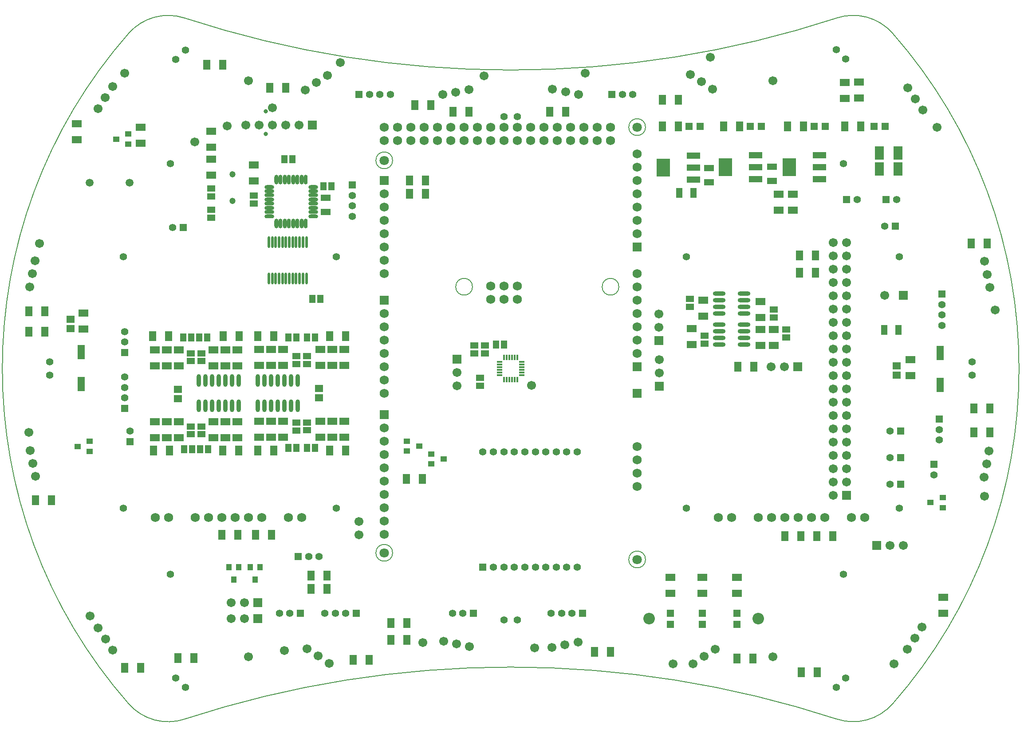
<source format=gts>
%FSLAX23Y23*%
%MOIN*%
G70*
G01*
G75*
G04 Layer_Color=8388736*
%ADD10C,0.008*%
%ADD11R,0.037X0.035*%
%ADD12R,0.037X0.035*%
%ADD13R,0.045X0.069*%
%ADD14R,0.094X0.039*%
%ADD15R,0.094X0.130*%
%ADD16R,0.047X0.047*%
%ADD17R,0.057X0.094*%
%ADD18R,0.069X0.045*%
%ADD19R,0.043X0.067*%
%ADD20R,0.047X0.047*%
%ADD21R,0.050X0.100*%
%ADD22R,0.055X0.047*%
%ADD23R,0.055X0.043*%
%ADD24R,0.067X0.043*%
%ADD25O,0.087X0.024*%
%ADD26R,0.043X0.055*%
%ADD27O,0.065X0.022*%
%ADD28O,0.022X0.065*%
%ADD29O,0.010X0.083*%
%ADD30R,0.035X0.037*%
%ADD31R,0.035X0.037*%
%ADD32O,0.024X0.087*%
%ADD33C,0.059*%
%ADD34R,0.010X0.035*%
%ADD35R,0.035X0.010*%
%ADD36C,0.010*%
%ADD37C,0.020*%
%ADD38C,0.012*%
%ADD39C,0.015*%
%ADD40C,0.005*%
%ADD41R,0.059X0.059*%
%ADD42R,0.047X0.047*%
%ADD43C,0.047*%
%ADD44R,0.059X0.059*%
%ADD45R,0.047X0.047*%
%ADD46C,0.060*%
%ADD47R,0.060X0.060*%
%ADD48C,0.063*%
%ADD49C,0.039*%
%ADD50C,0.051*%
%ADD51C,0.079*%
%ADD52C,0.024*%
%ADD53C,0.010*%
%ADD54C,0.024*%
%ADD55C,0.008*%
%ADD56C,0.004*%
%ADD57C,0.016*%
%ADD58C,0.007*%
%ADD59C,0.020*%
%ADD60C,0.006*%
%ADD61R,0.045X0.043*%
%ADD62R,0.045X0.043*%
%ADD63R,0.053X0.077*%
%ADD64R,0.102X0.047*%
%ADD65R,0.102X0.138*%
%ADD66R,0.055X0.055*%
%ADD67R,0.065X0.102*%
%ADD68R,0.077X0.053*%
%ADD69R,0.051X0.075*%
%ADD70R,0.055X0.055*%
%ADD71R,0.058X0.108*%
%ADD72R,0.063X0.055*%
%ADD73R,0.063X0.051*%
%ADD74R,0.075X0.051*%
%ADD75O,0.095X0.032*%
%ADD76R,0.051X0.063*%
%ADD77O,0.073X0.030*%
%ADD78O,0.030X0.073*%
%ADD79O,0.018X0.091*%
%ADD80R,0.043X0.045*%
%ADD81R,0.043X0.045*%
%ADD82O,0.032X0.095*%
%ADD83C,0.067*%
%ADD84R,0.018X0.043*%
%ADD85R,0.043X0.018*%
%ADD86R,0.067X0.067*%
%ADD87R,0.055X0.055*%
%ADD88C,0.055*%
%ADD89R,0.067X0.067*%
%ADD90R,0.055X0.055*%
%ADD91C,0.068*%
%ADD92R,0.068X0.068*%
%ADD93C,0.071*%
%ADD94C,0.047*%
%ADD95C,0.059*%
%ADD96C,0.087*%
%ADD97C,0.032*%
D40*
X1013Y1815D02*
G03*
X1013Y1815I-63J0D01*
G01*
X-887Y1565D02*
G03*
X-887Y1565I-63J0D01*
G01*
X-287Y615D02*
G03*
X-287Y615I-63J0D01*
G01*
X1013Y-1435D02*
G03*
X1013Y-1435I-63J0D01*
G01*
X813Y615D02*
G03*
X813Y615I-63J0D01*
G01*
X-887Y-1385D02*
G03*
X-887Y-1385I-63J0D01*
G01*
X2869Y2521D02*
G03*
X2450Y2635I-296J-260D01*
G01*
X2869Y-2521D02*
G03*
X2869Y2521I-2869J2521D01*
G01*
X2450Y-2635D02*
G03*
X2869Y-2521I123J374D01*
G01*
X2450Y-2635D02*
G03*
X-2450Y-2635I-2450J-7483D01*
G01*
X-2869Y-2521D02*
G03*
X-2450Y-2635I296J260D01*
G01*
X-2869Y2521D02*
G03*
X-2869Y-2521I2869J-2521D01*
G01*
X-2450Y2635D02*
G03*
X-2869Y2521I-123J-374D01*
G01*
X-2450Y2635D02*
G03*
X2450Y2635I2450J7483D01*
G01*
D61*
X3245Y-1045D02*
D03*
X3153Y-1008D02*
D03*
X-3163Y-622D02*
D03*
X-3255Y-585D02*
D03*
X-596Y-643D02*
D03*
X-504Y-680D02*
D03*
X-779Y-545D02*
D03*
X-687Y-582D02*
D03*
X-2964Y1725D02*
D03*
X-2872Y1688D02*
D03*
D62*
X3245Y-971D02*
D03*
X-3163Y-548D02*
D03*
X-596Y-717D02*
D03*
X-779Y-619D02*
D03*
X-2872Y1762D02*
D03*
D63*
X-1380Y-1557D02*
D03*
X-1500D02*
D03*
X-664Y-829D02*
D03*
X-784D02*
D03*
X-1500Y-1657D02*
D03*
X-1380D02*
D03*
X1140Y1820D02*
D03*
X1260D02*
D03*
X2080D02*
D03*
X2200D02*
D03*
X1600D02*
D03*
X1720D02*
D03*
X2510D02*
D03*
X2630D02*
D03*
X2170Y850D02*
D03*
X2290D02*
D03*
X2290Y720D02*
D03*
X2170D02*
D03*
X-760Y1315D02*
D03*
X-640D02*
D03*
X-760Y1415D02*
D03*
X-640D02*
D03*
X-600Y1980D02*
D03*
X-720D02*
D03*
X-1690Y2110D02*
D03*
X-1810D02*
D03*
X-3620Y430D02*
D03*
X-3500D02*
D03*
X-3570Y-990D02*
D03*
X-3450D02*
D03*
X-2900Y-2250D02*
D03*
X-2780D02*
D03*
X-1183Y-2190D02*
D03*
X-1063D02*
D03*
X-780Y-2040D02*
D03*
X-900D02*
D03*
X630Y-2130D02*
D03*
X750D02*
D03*
X1700Y-2180D02*
D03*
X1820D02*
D03*
X3600Y-480D02*
D03*
X3480D02*
D03*
X3580Y940D02*
D03*
X3460D02*
D03*
X1260Y2020D02*
D03*
X1140D02*
D03*
X294Y1929D02*
D03*
X414D02*
D03*
X2180Y-1260D02*
D03*
X2060D02*
D03*
X2420D02*
D03*
X2300D02*
D03*
X-2050Y-1250D02*
D03*
X-2170D02*
D03*
X-1796D02*
D03*
X-1916D02*
D03*
X1825Y15D02*
D03*
X1705D02*
D03*
X3600Y-300D02*
D03*
X3480D02*
D03*
X-1241Y245D02*
D03*
X-1361D02*
D03*
X-1901D02*
D03*
X-1781D02*
D03*
X-900Y-1912D02*
D03*
X-780D02*
D03*
X2184Y-2283D02*
D03*
X2304D02*
D03*
X-1901Y-615D02*
D03*
X-1781D02*
D03*
X-1241D02*
D03*
X-1361D02*
D03*
X-3500Y276D02*
D03*
X-3620D02*
D03*
X-2381Y-2175D02*
D03*
X-2501D02*
D03*
X-2040Y245D02*
D03*
X-2160D02*
D03*
X-2690D02*
D03*
X-2570D02*
D03*
X-434Y1929D02*
D03*
X-314D02*
D03*
X-2164Y2283D02*
D03*
X-2284D02*
D03*
X-2045Y-615D02*
D03*
X-2165D02*
D03*
X-2685D02*
D03*
X-2565D02*
D03*
D64*
X1374Y1420D02*
D03*
Y1511D02*
D03*
Y1601D02*
D03*
X2320Y1424D02*
D03*
Y1514D02*
D03*
Y1605D02*
D03*
X1840Y1424D02*
D03*
Y1514D02*
D03*
Y1605D02*
D03*
D65*
X1146Y1511D02*
D03*
X2092Y1514D02*
D03*
X1612D02*
D03*
D66*
X1423Y1820D02*
D03*
X1340D02*
D03*
X2363D02*
D03*
X2280D02*
D03*
X1883D02*
D03*
X1800D02*
D03*
X2813D02*
D03*
X2730D02*
D03*
D67*
X2770Y1620D02*
D03*
Y1500D02*
D03*
X2910Y1620D02*
D03*
Y1500D02*
D03*
D68*
X2121Y1310D02*
D03*
Y1190D02*
D03*
X2014Y1190D02*
D03*
Y1310D02*
D03*
X1700Y-1690D02*
D03*
Y-1570D02*
D03*
X3003Y-53D02*
D03*
Y67D02*
D03*
X-3209Y297D02*
D03*
Y417D02*
D03*
X-3260Y1840D02*
D03*
Y1720D02*
D03*
X3250Y-1840D02*
D03*
Y-1720D02*
D03*
X2615Y2152D02*
D03*
Y2032D02*
D03*
X-1930Y1410D02*
D03*
Y1530D02*
D03*
X-2250Y1665D02*
D03*
Y1785D02*
D03*
Y1455D02*
D03*
Y1575D02*
D03*
X1360Y300D02*
D03*
Y180D02*
D03*
X1445Y515D02*
D03*
Y395D02*
D03*
X1875Y385D02*
D03*
Y505D02*
D03*
Y295D02*
D03*
Y175D02*
D03*
X1975Y175D02*
D03*
Y295D02*
D03*
X1440Y-1690D02*
D03*
Y-1570D02*
D03*
X1200Y-1570D02*
D03*
Y-1690D02*
D03*
X-1431Y25D02*
D03*
Y145D02*
D03*
X-1341Y25D02*
D03*
Y145D02*
D03*
X2510Y2029D02*
D03*
Y2149D02*
D03*
X-1711Y25D02*
D03*
Y145D02*
D03*
X-1801Y25D02*
D03*
Y145D02*
D03*
X-1251Y25D02*
D03*
Y145D02*
D03*
X-1891Y25D02*
D03*
Y145D02*
D03*
X-1711Y-395D02*
D03*
Y-515D02*
D03*
X-1801Y-395D02*
D03*
Y-515D02*
D03*
X-1431Y-395D02*
D03*
Y-515D02*
D03*
X-1341Y-395D02*
D03*
Y-515D02*
D03*
X-1891Y-395D02*
D03*
Y-515D02*
D03*
X-1251Y-395D02*
D03*
Y-515D02*
D03*
X-2233Y20D02*
D03*
Y140D02*
D03*
X-2143Y20D02*
D03*
Y140D02*
D03*
X-2493Y20D02*
D03*
Y140D02*
D03*
X-2583Y20D02*
D03*
Y140D02*
D03*
X-2053Y20D02*
D03*
Y140D02*
D03*
X-2673Y20D02*
D03*
Y140D02*
D03*
X-2233Y-400D02*
D03*
Y-520D02*
D03*
X-2143Y-400D02*
D03*
Y-520D02*
D03*
X-2053Y-400D02*
D03*
Y-520D02*
D03*
X-2673Y-400D02*
D03*
Y-520D02*
D03*
X-2493Y-400D02*
D03*
Y-520D02*
D03*
X-2583Y-400D02*
D03*
Y-520D02*
D03*
X-2780Y1693D02*
D03*
Y1813D02*
D03*
D69*
X2913Y290D02*
D03*
X2807D02*
D03*
X1373Y1320D02*
D03*
X1267D02*
D03*
D70*
X1699Y-1924D02*
D03*
Y-1841D02*
D03*
X1440Y-1840D02*
D03*
Y-1923D02*
D03*
X1200Y-1840D02*
D03*
Y-1923D02*
D03*
D71*
X3228Y118D02*
D03*
Y-122D02*
D03*
X-3228Y122D02*
D03*
Y-118D02*
D03*
D72*
X2899Y-51D02*
D03*
Y19D02*
D03*
X-3307Y300D02*
D03*
Y371D02*
D03*
X-1440Y-220D02*
D03*
Y-150D02*
D03*
X-2500Y-225D02*
D03*
Y-155D02*
D03*
D73*
X-275Y115D02*
D03*
Y175D02*
D03*
X1458Y188D02*
D03*
Y247D02*
D03*
X-2250Y1195D02*
D03*
Y1135D02*
D03*
X-2250Y1295D02*
D03*
Y1355D02*
D03*
X-1930Y1240D02*
D03*
Y1300D02*
D03*
X1975Y385D02*
D03*
Y445D02*
D03*
X2070Y295D02*
D03*
Y235D02*
D03*
X1345Y525D02*
D03*
Y465D02*
D03*
X-230Y-70D02*
D03*
Y-130D02*
D03*
X-193Y175D02*
D03*
Y115D02*
D03*
X-1531Y35D02*
D03*
Y95D02*
D03*
X-1611Y35D02*
D03*
Y95D02*
D03*
X-1611Y-405D02*
D03*
Y-465D02*
D03*
X-1531Y-405D02*
D03*
Y-464D02*
D03*
X-2323Y56D02*
D03*
Y115D02*
D03*
X-2323Y-435D02*
D03*
Y-494D02*
D03*
X-2403Y-435D02*
D03*
Y-494D02*
D03*
X-2403Y56D02*
D03*
Y115D02*
D03*
D74*
X-1390Y1177D02*
D03*
Y1283D02*
D03*
X1962Y1518D02*
D03*
Y1411D02*
D03*
X1490Y1507D02*
D03*
Y1401D02*
D03*
D75*
X1566Y565D02*
D03*
Y515D02*
D03*
Y465D02*
D03*
Y415D02*
D03*
X1754Y565D02*
D03*
Y515D02*
D03*
Y465D02*
D03*
Y415D02*
D03*
X1566Y330D02*
D03*
Y280D02*
D03*
Y230D02*
D03*
Y180D02*
D03*
X1754Y330D02*
D03*
Y280D02*
D03*
Y230D02*
D03*
Y180D02*
D03*
D76*
X-1700Y1575D02*
D03*
X-1640D02*
D03*
X-1346Y1369D02*
D03*
X-1406D02*
D03*
X-50Y180D02*
D03*
X-110D02*
D03*
X-1471Y235D02*
D03*
X-1531D02*
D03*
X-1671Y235D02*
D03*
X-1611D02*
D03*
X-1671Y-595D02*
D03*
X-1611D02*
D03*
X-1471Y-595D02*
D03*
X-1531D02*
D03*
X-2280Y235D02*
D03*
X-2340D02*
D03*
X-2460Y235D02*
D03*
X-2400D02*
D03*
X-2275Y-605D02*
D03*
X-2334D02*
D03*
X-2454Y-605D02*
D03*
X-2395D02*
D03*
X-1431Y523D02*
D03*
X-1491D02*
D03*
D77*
X-1815Y1365D02*
D03*
Y1334D02*
D03*
Y1302D02*
D03*
Y1271D02*
D03*
Y1239D02*
D03*
Y1208D02*
D03*
Y1176D02*
D03*
Y1145D02*
D03*
X-1485D02*
D03*
Y1176D02*
D03*
Y1208D02*
D03*
Y1239D02*
D03*
Y1271D02*
D03*
Y1302D02*
D03*
Y1334D02*
D03*
Y1365D02*
D03*
D78*
X-1760Y1090D02*
D03*
X-1729D02*
D03*
X-1697D02*
D03*
X-1666D02*
D03*
X-1634D02*
D03*
X-1603D02*
D03*
X-1571D02*
D03*
X-1540D02*
D03*
Y1420D02*
D03*
X-1571D02*
D03*
X-1603D02*
D03*
X-1634D02*
D03*
X-1666D02*
D03*
X-1697D02*
D03*
X-1729D02*
D03*
X-1760D02*
D03*
D79*
X-1817Y678D02*
D03*
X-1791D02*
D03*
X-1766D02*
D03*
X-1740D02*
D03*
X-1714D02*
D03*
X-1689D02*
D03*
X-1663D02*
D03*
X-1638D02*
D03*
X-1612D02*
D03*
X-1586D02*
D03*
X-1561D02*
D03*
X-1535D02*
D03*
X-1817Y950D02*
D03*
X-1791D02*
D03*
X-1766D02*
D03*
X-1740D02*
D03*
X-1714D02*
D03*
X-1689D02*
D03*
X-1663D02*
D03*
X-1638D02*
D03*
X-1612D02*
D03*
X-1586D02*
D03*
X-1561D02*
D03*
X-1535D02*
D03*
D80*
X-1920Y-1586D02*
D03*
X-1883Y-1494D02*
D03*
X-2080Y-1586D02*
D03*
X-2043Y-1494D02*
D03*
D81*
X-1957Y-1494D02*
D03*
X-2117D02*
D03*
D82*
X-1901Y-279D02*
D03*
X-1851D02*
D03*
X-1801D02*
D03*
X-1751D02*
D03*
X-1701D02*
D03*
X-1651D02*
D03*
X-1601D02*
D03*
X-1901Y-91D02*
D03*
X-1851D02*
D03*
X-1801D02*
D03*
X-1751D02*
D03*
X-1701D02*
D03*
X-1651D02*
D03*
X-1601D02*
D03*
X-2343Y-279D02*
D03*
X-2293D02*
D03*
X-2243D02*
D03*
X-2193D02*
D03*
X-2143D02*
D03*
X-2093D02*
D03*
X-2043D02*
D03*
X-2343Y-90D02*
D03*
X-2293D02*
D03*
X-2243D02*
D03*
X-2193D02*
D03*
X-2143D02*
D03*
X-2093D02*
D03*
X-2043D02*
D03*
D83*
X-200Y2200D02*
D03*
X180Y-2100D02*
D03*
X-1280Y2300D02*
D03*
X1220Y-2220D02*
D03*
X-2900Y2220D02*
D03*
X-3540Y940D02*
D03*
X3560Y-960D02*
D03*
X-3620Y-480D02*
D03*
X3640Y440D02*
D03*
X-3160Y-1860D02*
D03*
X3202Y1813D02*
D03*
X-1700Y-2120D02*
D03*
X1500Y2340D02*
D03*
X-660Y-2060D02*
D03*
X560Y2220D02*
D03*
X2880Y-2220D02*
D03*
X-1789Y1960D02*
D03*
X-2130Y1825D02*
D03*
X-2373Y1704D02*
D03*
X156Y-125D02*
D03*
X-1140Y-1250D02*
D03*
Y-1150D02*
D03*
X1115Y-32D02*
D03*
Y68D02*
D03*
X1112Y311D02*
D03*
Y411D02*
D03*
X-2000Y-1760D02*
D03*
X-2100D02*
D03*
X-2000Y-1880D02*
D03*
X-2100D02*
D03*
X-314Y2098D02*
D03*
X-412Y2078D02*
D03*
X-510Y2059D02*
D03*
X-1378Y2205D02*
D03*
X-1461Y2149D02*
D03*
X-1544Y2094D02*
D03*
X-2990Y2120D02*
D03*
X-3046Y2037D02*
D03*
X-3101Y1954D02*
D03*
X-3575Y810D02*
D03*
X-3595Y712D02*
D03*
X-3614Y614D02*
D03*
X-3610Y-615D02*
D03*
X-3590Y-713D02*
D03*
X-3571Y-811D02*
D03*
X-3100Y-1950D02*
D03*
X-3044Y-2033D02*
D03*
X-2989Y-2116D02*
D03*
X-1530Y-2105D02*
D03*
X-1447Y-2161D02*
D03*
X-1364Y-2216D02*
D03*
X-505Y-2050D02*
D03*
X-407Y-2070D02*
D03*
X-309Y-2089D02*
D03*
X310Y-2095D02*
D03*
X408Y-2075D02*
D03*
X506Y-2056D02*
D03*
X1370Y-2220D02*
D03*
X1453Y-2164D02*
D03*
X1536Y-2109D02*
D03*
X2980Y-2110D02*
D03*
X3036Y-2027D02*
D03*
X3091Y-1944D02*
D03*
X3555Y-815D02*
D03*
X3575Y-717D02*
D03*
X3594Y-619D02*
D03*
X3600Y610D02*
D03*
X3580Y708D02*
D03*
X3561Y806D02*
D03*
X3095Y1945D02*
D03*
X3039Y2028D02*
D03*
X2984Y2111D02*
D03*
X1515Y2100D02*
D03*
X1432Y2156D02*
D03*
X1349Y2211D02*
D03*
X510Y2060D02*
D03*
X412Y2080D02*
D03*
X314Y2099D02*
D03*
X-1590Y1830D02*
D03*
X-1690D02*
D03*
X-1790D02*
D03*
X-1890D02*
D03*
X-1990D02*
D03*
X2850Y-1330D02*
D03*
X2950D02*
D03*
X-405Y-30D02*
D03*
Y-130D02*
D03*
X1955Y15D02*
D03*
X2055D02*
D03*
X-1969Y2165D02*
D03*
X1969D02*
D03*
Y-2165D02*
D03*
X-1969D02*
D03*
X2811Y550D02*
D03*
X2422Y-952D02*
D03*
X2522Y-852D02*
D03*
X2422D02*
D03*
X2522Y-752D02*
D03*
X2422D02*
D03*
X2522Y-652D02*
D03*
X2422D02*
D03*
X2522Y-552D02*
D03*
X2422D02*
D03*
X2522Y-452D02*
D03*
X2422D02*
D03*
X2522Y-352D02*
D03*
X2422D02*
D03*
X2522Y-252D02*
D03*
X2422D02*
D03*
X2522Y-152D02*
D03*
X2422D02*
D03*
X2522Y-52D02*
D03*
X2422D02*
D03*
X2522Y48D02*
D03*
X2422D02*
D03*
X2522Y148D02*
D03*
X2422D02*
D03*
X2522Y248D02*
D03*
X2422D02*
D03*
X2522Y348D02*
D03*
X2422D02*
D03*
X2522Y448D02*
D03*
X2422D02*
D03*
X2522Y548D02*
D03*
X2422D02*
D03*
X2522Y648D02*
D03*
X2422D02*
D03*
X2522Y748D02*
D03*
X2422D02*
D03*
X2522Y848D02*
D03*
X2422D02*
D03*
X2522Y948D02*
D03*
X2422D02*
D03*
D84*
X-49Y82D02*
D03*
X-30D02*
D03*
X-10D02*
D03*
X10D02*
D03*
X30D02*
D03*
X49D02*
D03*
Y-82D02*
D03*
X30D02*
D03*
X10D02*
D03*
X-10D02*
D03*
X-30D02*
D03*
X-49D02*
D03*
D85*
X82Y49D02*
D03*
Y30D02*
D03*
Y10D02*
D03*
Y-10D02*
D03*
Y-30D02*
D03*
Y-49D02*
D03*
X-82D02*
D03*
Y-30D02*
D03*
Y-10D02*
D03*
Y10D02*
D03*
Y30D02*
D03*
Y49D02*
D03*
D86*
X1115Y-132D02*
D03*
X1112Y211D02*
D03*
X-405Y70D02*
D03*
X2522Y-952D02*
D03*
D87*
X-2460Y1060D02*
D03*
X-209Y-1493D02*
D03*
X-1160Y-1840D02*
D03*
X540D02*
D03*
X-1140Y2060D02*
D03*
X2820Y1270D02*
D03*
X2890Y1070D02*
D03*
X2930Y-670D02*
D03*
Y-470D02*
D03*
Y-870D02*
D03*
X-1580Y-1840D02*
D03*
X-280D02*
D03*
X760Y2060D02*
D03*
X-1596Y-1412D02*
D03*
X2524Y1271D02*
D03*
D88*
X-2539Y1060D02*
D03*
X-130Y-1493D02*
D03*
X-51D02*
D03*
X28D02*
D03*
X106D02*
D03*
X185D02*
D03*
X264D02*
D03*
X343D02*
D03*
X421D02*
D03*
X500D02*
D03*
X500Y-627D02*
D03*
X421D02*
D03*
X343D02*
D03*
X264D02*
D03*
X185D02*
D03*
X106D02*
D03*
X28D02*
D03*
X-51D02*
D03*
X-130D02*
D03*
X-209D02*
D03*
X-1239Y-1840D02*
D03*
X-1317D02*
D03*
X-1396D02*
D03*
X3240Y481D02*
D03*
Y403D02*
D03*
Y324D02*
D03*
X461Y-1840D02*
D03*
X383D02*
D03*
X304D02*
D03*
X-2900Y-221D02*
D03*
Y-143D02*
D03*
Y-64D02*
D03*
X-1061Y2060D02*
D03*
X-983D02*
D03*
X-904D02*
D03*
X2899Y1270D02*
D03*
X2811Y1070D02*
D03*
X2851Y-670D02*
D03*
Y-470D02*
D03*
X-1190Y1301D02*
D03*
Y1223D02*
D03*
Y1144D02*
D03*
X2851Y-870D02*
D03*
X2921Y-1051D02*
D03*
Y839D02*
D03*
X1321D02*
D03*
Y-1051D02*
D03*
X-1311D02*
D03*
Y839D02*
D03*
X-2911D02*
D03*
Y-1051D02*
D03*
X-1659Y-1840D02*
D03*
X-1737D02*
D03*
X3220Y-459D02*
D03*
Y-537D02*
D03*
X-359Y-1840D02*
D03*
X-437D02*
D03*
X-2900Y199D02*
D03*
Y277D02*
D03*
X839Y2060D02*
D03*
X917D02*
D03*
X3465Y-50D02*
D03*
Y50D02*
D03*
X2516Y2327D02*
D03*
X2445Y2398D02*
D03*
X-50Y-1890D02*
D03*
X50D02*
D03*
X2445Y-2398D02*
D03*
X2516Y-2327D02*
D03*
X-3465Y50D02*
D03*
Y-50D02*
D03*
X-2516Y-2327D02*
D03*
X-2445Y-2398D02*
D03*
X50Y1893D02*
D03*
X-50D02*
D03*
X-2445Y2395D02*
D03*
X-2516Y2325D02*
D03*
X-1439Y-1412D02*
D03*
X-1517D02*
D03*
X-2558Y1540D02*
D03*
Y-1545D02*
D03*
X2501D02*
D03*
X2501Y1540D02*
D03*
X2603Y1271D02*
D03*
X-2860Y-470D02*
D03*
X3179Y-799D02*
D03*
D89*
X-1900Y-1760D02*
D03*
Y-1880D02*
D03*
X-1490Y1830D02*
D03*
X2750Y-1330D02*
D03*
X2155Y15D02*
D03*
X2949Y550D02*
D03*
D90*
X3240Y560D02*
D03*
X-2900Y-300D02*
D03*
X-1190Y1380D02*
D03*
X3220Y-380D02*
D03*
X-2900Y120D02*
D03*
X-2860Y-549D02*
D03*
X3179Y-720D02*
D03*
D91*
X750Y1715D02*
D03*
Y1815D02*
D03*
X650Y1715D02*
D03*
Y1815D02*
D03*
X550Y1715D02*
D03*
Y1815D02*
D03*
X450Y1715D02*
D03*
Y1815D02*
D03*
X350Y1715D02*
D03*
Y1815D02*
D03*
X250Y1715D02*
D03*
Y1815D02*
D03*
X150Y1715D02*
D03*
Y1815D02*
D03*
X50Y1715D02*
D03*
Y1815D02*
D03*
X-50D02*
D03*
Y1715D02*
D03*
X-150D02*
D03*
Y1815D02*
D03*
X-250Y1715D02*
D03*
Y1815D02*
D03*
X-350Y1715D02*
D03*
Y1815D02*
D03*
X-450Y1715D02*
D03*
Y1815D02*
D03*
X-550Y1715D02*
D03*
Y1815D02*
D03*
X-650Y1715D02*
D03*
Y1815D02*
D03*
X-750Y1715D02*
D03*
Y1815D02*
D03*
X-850Y1715D02*
D03*
Y1815D02*
D03*
X-950Y1715D02*
D03*
Y1815D02*
D03*
Y215D02*
D03*
Y115D02*
D03*
Y15D02*
D03*
Y-85D02*
D03*
Y-185D02*
D03*
Y415D02*
D03*
Y315D02*
D03*
Y-645D02*
D03*
Y-745D02*
D03*
Y-845D02*
D03*
Y-945D02*
D03*
Y-1045D02*
D03*
Y-445D02*
D03*
Y-545D02*
D03*
X950Y-685D02*
D03*
Y-585D02*
D03*
X-950Y1115D02*
D03*
Y1015D02*
D03*
Y915D02*
D03*
Y815D02*
D03*
Y715D02*
D03*
Y1315D02*
D03*
Y1215D02*
D03*
X950Y315D02*
D03*
Y415D02*
D03*
Y515D02*
D03*
Y615D02*
D03*
Y715D02*
D03*
Y115D02*
D03*
Y215D02*
D03*
Y1215D02*
D03*
Y1315D02*
D03*
Y1415D02*
D03*
Y1515D02*
D03*
Y1615D02*
D03*
Y1015D02*
D03*
Y1115D02*
D03*
Y-785D02*
D03*
Y-885D02*
D03*
X-950Y-1145D02*
D03*
Y-1245D02*
D03*
X-150Y620D02*
D03*
Y520D02*
D03*
X-50Y620D02*
D03*
Y520D02*
D03*
X50Y620D02*
D03*
Y520D02*
D03*
X1661Y-1121D02*
D03*
X1861D02*
D03*
X1961D02*
D03*
X2061D02*
D03*
X1561D02*
D03*
X2161D02*
D03*
X2661D02*
D03*
X2561D02*
D03*
X2361D02*
D03*
X2261D02*
D03*
X-2571D02*
D03*
X-2371D02*
D03*
X-2271D02*
D03*
X-2171D02*
D03*
X-2671D02*
D03*
X-2071D02*
D03*
X-1571D02*
D03*
X-1671D02*
D03*
X-1871D02*
D03*
X-1971D02*
D03*
D92*
X-950Y515D02*
D03*
Y-345D02*
D03*
X950Y-185D02*
D03*
X-950Y1415D02*
D03*
X950Y15D02*
D03*
Y915D02*
D03*
D93*
X-950Y1565D02*
D03*
X950Y1815D02*
D03*
Y-1435D02*
D03*
X-950Y-1385D02*
D03*
D94*
X-2090Y1460D02*
D03*
Y1260D02*
D03*
D95*
X-2862Y1396D02*
D03*
X-3162D02*
D03*
D96*
X1860Y-1880D02*
D03*
X1040Y-1880D02*
D03*
D97*
X-1839Y1762D02*
D03*
X-1841Y1932D02*
D03*
M02*

</source>
